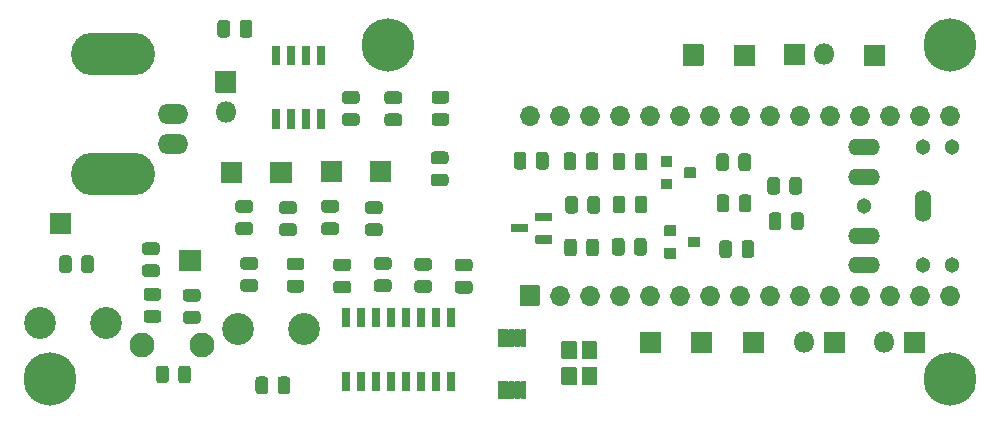
<source format=gbr>
G04 #@! TF.GenerationSoftware,KiCad,Pcbnew,(5.1.9)-1*
G04 #@! TF.CreationDate,2021-05-04T19:46:14-07:00*
G04 #@! TF.ProjectId,SDRReciever,53445252-6563-4696-9576-65722e6b6963,1*
G04 #@! TF.SameCoordinates,Original*
G04 #@! TF.FileFunction,Soldermask,Top*
G04 #@! TF.FilePolarity,Negative*
%FSLAX46Y46*%
G04 Gerber Fmt 4.6, Leading zero omitted, Abs format (unit mm)*
G04 Created by KiCad (PCBNEW (5.1.9)-1) date 2021-05-04 19:46:14*
%MOMM*%
%LPD*%
G01*
G04 APERTURE LIST*
%ADD10O,1.702000X1.702000*%
%ADD11O,2.702000X1.402000*%
%ADD12O,1.402000X2.702000*%
%ADD13C,1.302000*%
%ADD14O,1.802000X1.802000*%
%ADD15C,2.702000*%
%ADD16C,2.102000*%
%ADD17C,4.502000*%
%ADD18O,7.102000X3.602000*%
%ADD19O,2.602000X1.702000*%
%ADD20C,0.100000*%
G04 APERTURE END LIST*
G36*
G01*
X140461900Y-140855800D02*
X138861900Y-140855800D01*
G75*
G02*
X138810900Y-140804800I0J51000D01*
G01*
X138810900Y-139204800D01*
G75*
G02*
X138861900Y-139153800I51000J0D01*
G01*
X140461900Y-139153800D01*
G75*
G02*
X140512900Y-139204800I0J-51000D01*
G01*
X140512900Y-140804800D01*
G75*
G02*
X140461900Y-140855800I-51000J0D01*
G01*
G37*
D10*
X172681900Y-124764800D03*
X142201900Y-140004800D03*
X170141900Y-124764800D03*
X144741900Y-140004800D03*
X167601900Y-124764800D03*
X147281900Y-140004800D03*
X165061900Y-124764800D03*
X149821900Y-140004800D03*
X162521900Y-124764800D03*
X152361900Y-140004800D03*
X159981900Y-124764800D03*
X154901900Y-140004800D03*
X157441900Y-124764800D03*
X157441900Y-140004800D03*
X154901900Y-124764800D03*
X159981900Y-140004800D03*
X152361900Y-124764800D03*
X162521900Y-140004800D03*
X149821900Y-124764800D03*
X165061900Y-140004800D03*
X147281900Y-124764800D03*
X167601900Y-140004800D03*
X144741900Y-124764800D03*
X170141900Y-140004800D03*
X142201900Y-124764800D03*
X172681900Y-140004800D03*
X139661900Y-124764800D03*
X175221900Y-140004800D03*
X175221900Y-124764800D03*
G36*
G01*
X142643600Y-132815750D02*
X142643600Y-131852250D01*
G75*
G02*
X142912850Y-131583000I269250J0D01*
G01*
X143451350Y-131583000D01*
G75*
G02*
X143720600Y-131852250I0J-269250D01*
G01*
X143720600Y-132815750D01*
G75*
G02*
X143451350Y-133085000I-269250J0D01*
G01*
X142912850Y-133085000D01*
G75*
G02*
X142643600Y-132815750I0J269250D01*
G01*
G37*
G36*
G01*
X144518600Y-132815750D02*
X144518600Y-131852250D01*
G75*
G02*
X144787850Y-131583000I269250J0D01*
G01*
X145326350Y-131583000D01*
G75*
G02*
X145595600Y-131852250I0J-269250D01*
G01*
X145595600Y-132815750D01*
G75*
G02*
X145326350Y-133085000I-269250J0D01*
G01*
X144787850Y-133085000D01*
G75*
G02*
X144518600Y-132815750I0J269250D01*
G01*
G37*
G36*
G01*
X102745800Y-136881450D02*
X102745800Y-137844950D01*
G75*
G02*
X102476550Y-138114200I-269250J0D01*
G01*
X101938050Y-138114200D01*
G75*
G02*
X101668800Y-137844950I0J269250D01*
G01*
X101668800Y-136881450D01*
G75*
G02*
X101938050Y-136612200I269250J0D01*
G01*
X102476550Y-136612200D01*
G75*
G02*
X102745800Y-136881450I0J-269250D01*
G01*
G37*
G36*
G01*
X100870800Y-136881450D02*
X100870800Y-137844950D01*
G75*
G02*
X100601550Y-138114200I-269250J0D01*
G01*
X100063050Y-138114200D01*
G75*
G02*
X99793800Y-137844950I0J269250D01*
G01*
X99793800Y-136881450D01*
G75*
G02*
X100063050Y-136612200I269250J0D01*
G01*
X100601550Y-136612200D01*
G75*
G02*
X100870800Y-136881450I0J-269250D01*
G01*
G37*
G36*
G01*
X107998000Y-147166750D02*
X107998000Y-146203250D01*
G75*
G02*
X108267250Y-145934000I269250J0D01*
G01*
X108805750Y-145934000D01*
G75*
G02*
X109075000Y-146203250I0J-269250D01*
G01*
X109075000Y-147166750D01*
G75*
G02*
X108805750Y-147436000I-269250J0D01*
G01*
X108267250Y-147436000D01*
G75*
G02*
X107998000Y-147166750I0J269250D01*
G01*
G37*
G36*
G01*
X109873000Y-147166750D02*
X109873000Y-146203250D01*
G75*
G02*
X110142250Y-145934000I269250J0D01*
G01*
X110680750Y-145934000D01*
G75*
G02*
X110950000Y-146203250I0J-269250D01*
G01*
X110950000Y-147166750D01*
G75*
G02*
X110680750Y-147436000I-269250J0D01*
G01*
X110142250Y-147436000D01*
G75*
G02*
X109873000Y-147166750I0J269250D01*
G01*
G37*
G36*
G01*
X118293100Y-148093850D02*
X118293100Y-147130350D01*
G75*
G02*
X118562350Y-146861100I269250J0D01*
G01*
X119100850Y-146861100D01*
G75*
G02*
X119370100Y-147130350I0J-269250D01*
G01*
X119370100Y-148093850D01*
G75*
G02*
X119100850Y-148363100I-269250J0D01*
G01*
X118562350Y-148363100D01*
G75*
G02*
X118293100Y-148093850I0J269250D01*
G01*
G37*
G36*
G01*
X116418100Y-148093850D02*
X116418100Y-147130350D01*
G75*
G02*
X116687350Y-146861100I269250J0D01*
G01*
X117225850Y-146861100D01*
G75*
G02*
X117495100Y-147130350I0J-269250D01*
G01*
X117495100Y-148093850D01*
G75*
G02*
X117225850Y-148363100I-269250J0D01*
G01*
X116687350Y-148363100D01*
G75*
G02*
X116418100Y-148093850I0J269250D01*
G01*
G37*
G36*
G01*
X108177750Y-140444000D02*
X107214250Y-140444000D01*
G75*
G02*
X106945000Y-140174750I0J269250D01*
G01*
X106945000Y-139636250D01*
G75*
G02*
X107214250Y-139367000I269250J0D01*
G01*
X108177750Y-139367000D01*
G75*
G02*
X108447000Y-139636250I0J-269250D01*
G01*
X108447000Y-140174750D01*
G75*
G02*
X108177750Y-140444000I-269250J0D01*
G01*
G37*
G36*
G01*
X108177750Y-142319000D02*
X107214250Y-142319000D01*
G75*
G02*
X106945000Y-142049750I0J269250D01*
G01*
X106945000Y-141511250D01*
G75*
G02*
X107214250Y-141242000I269250J0D01*
G01*
X108177750Y-141242000D01*
G75*
G02*
X108447000Y-141511250I0J-269250D01*
G01*
X108447000Y-142049750D01*
G75*
G02*
X108177750Y-142319000I-269250J0D01*
G01*
G37*
G36*
G01*
X144427400Y-136422550D02*
X144427400Y-135459050D01*
G75*
G02*
X144696650Y-135189800I269250J0D01*
G01*
X145235150Y-135189800D01*
G75*
G02*
X145504400Y-135459050I0J-269250D01*
G01*
X145504400Y-136422550D01*
G75*
G02*
X145235150Y-136691800I-269250J0D01*
G01*
X144696650Y-136691800D01*
G75*
G02*
X144427400Y-136422550I0J269250D01*
G01*
G37*
G36*
G01*
X142552400Y-136422550D02*
X142552400Y-135459050D01*
G75*
G02*
X142821650Y-135189800I269250J0D01*
G01*
X143360150Y-135189800D01*
G75*
G02*
X143629400Y-135459050I0J-269250D01*
G01*
X143629400Y-136422550D01*
G75*
G02*
X143360150Y-136691800I-269250J0D01*
G01*
X142821650Y-136691800D01*
G75*
G02*
X142552400Y-136422550I0J269250D01*
G01*
G37*
G36*
G01*
X140162500Y-129069250D02*
X140162500Y-128105750D01*
G75*
G02*
X140431750Y-127836500I269250J0D01*
G01*
X140970250Y-127836500D01*
G75*
G02*
X141239500Y-128105750I0J-269250D01*
G01*
X141239500Y-129069250D01*
G75*
G02*
X140970250Y-129338500I-269250J0D01*
G01*
X140431750Y-129338500D01*
G75*
G02*
X140162500Y-129069250I0J269250D01*
G01*
G37*
G36*
G01*
X138287500Y-129069250D02*
X138287500Y-128105750D01*
G75*
G02*
X138556750Y-127836500I269250J0D01*
G01*
X139095250Y-127836500D01*
G75*
G02*
X139364500Y-128105750I0J-269250D01*
G01*
X139364500Y-129069250D01*
G75*
G02*
X139095250Y-129338500I-269250J0D01*
G01*
X138556750Y-129338500D01*
G75*
G02*
X138287500Y-129069250I0J269250D01*
G01*
G37*
G36*
G01*
X155432500Y-129208950D02*
X155432500Y-128245450D01*
G75*
G02*
X155701750Y-127976200I269250J0D01*
G01*
X156240250Y-127976200D01*
G75*
G02*
X156509500Y-128245450I0J-269250D01*
G01*
X156509500Y-129208950D01*
G75*
G02*
X156240250Y-129478200I-269250J0D01*
G01*
X155701750Y-129478200D01*
G75*
G02*
X155432500Y-129208950I0J269250D01*
G01*
G37*
G36*
G01*
X157307500Y-129208950D02*
X157307500Y-128245450D01*
G75*
G02*
X157576750Y-127976200I269250J0D01*
G01*
X158115250Y-127976200D01*
G75*
G02*
X158384500Y-128245450I0J-269250D01*
G01*
X158384500Y-129208950D01*
G75*
G02*
X158115250Y-129478200I-269250J0D01*
G01*
X157576750Y-129478200D01*
G75*
G02*
X157307500Y-129208950I0J269250D01*
G01*
G37*
G36*
G01*
X157332900Y-132676050D02*
X157332900Y-131712550D01*
G75*
G02*
X157602150Y-131443300I269250J0D01*
G01*
X158140650Y-131443300D01*
G75*
G02*
X158409900Y-131712550I0J-269250D01*
G01*
X158409900Y-132676050D01*
G75*
G02*
X158140650Y-132945300I-269250J0D01*
G01*
X157602150Y-132945300D01*
G75*
G02*
X157332900Y-132676050I0J269250D01*
G01*
G37*
G36*
G01*
X155457900Y-132676050D02*
X155457900Y-131712550D01*
G75*
G02*
X155727150Y-131443300I269250J0D01*
G01*
X156265650Y-131443300D01*
G75*
G02*
X156534900Y-131712550I0J-269250D01*
G01*
X156534900Y-132676050D01*
G75*
G02*
X156265650Y-132945300I-269250J0D01*
G01*
X155727150Y-132945300D01*
G75*
G02*
X155457900Y-132676050I0J269250D01*
G01*
G37*
G36*
G01*
X115950150Y-133001800D02*
X114986650Y-133001800D01*
G75*
G02*
X114717400Y-132732550I0J269250D01*
G01*
X114717400Y-132194050D01*
G75*
G02*
X114986650Y-131924800I269250J0D01*
G01*
X115950150Y-131924800D01*
G75*
G02*
X116219400Y-132194050I0J-269250D01*
G01*
X116219400Y-132732550D01*
G75*
G02*
X115950150Y-133001800I-269250J0D01*
G01*
G37*
G36*
G01*
X115950150Y-134876800D02*
X114986650Y-134876800D01*
G75*
G02*
X114717400Y-134607550I0J269250D01*
G01*
X114717400Y-134069050D01*
G75*
G02*
X114986650Y-133799800I269250J0D01*
G01*
X115950150Y-133799800D01*
G75*
G02*
X116219400Y-134069050I0J-269250D01*
G01*
X116219400Y-134607550D01*
G75*
G02*
X115950150Y-134876800I-269250J0D01*
G01*
G37*
G36*
G01*
X119658550Y-134978400D02*
X118695050Y-134978400D01*
G75*
G02*
X118425800Y-134709150I0J269250D01*
G01*
X118425800Y-134170650D01*
G75*
G02*
X118695050Y-133901400I269250J0D01*
G01*
X119658550Y-133901400D01*
G75*
G02*
X119927800Y-134170650I0J-269250D01*
G01*
X119927800Y-134709150D01*
G75*
G02*
X119658550Y-134978400I-269250J0D01*
G01*
G37*
G36*
G01*
X119658550Y-133103400D02*
X118695050Y-133103400D01*
G75*
G02*
X118425800Y-132834150I0J269250D01*
G01*
X118425800Y-132295650D01*
G75*
G02*
X118695050Y-132026400I269250J0D01*
G01*
X119658550Y-132026400D01*
G75*
G02*
X119927800Y-132295650I0J-269250D01*
G01*
X119927800Y-132834150D01*
G75*
G02*
X119658550Y-133103400I-269250J0D01*
G01*
G37*
G36*
G01*
X123214550Y-134876800D02*
X122251050Y-134876800D01*
G75*
G02*
X121981800Y-134607550I0J269250D01*
G01*
X121981800Y-134069050D01*
G75*
G02*
X122251050Y-133799800I269250J0D01*
G01*
X123214550Y-133799800D01*
G75*
G02*
X123483800Y-134069050I0J-269250D01*
G01*
X123483800Y-134607550D01*
G75*
G02*
X123214550Y-134876800I-269250J0D01*
G01*
G37*
G36*
G01*
X123214550Y-133001800D02*
X122251050Y-133001800D01*
G75*
G02*
X121981800Y-132732550I0J269250D01*
G01*
X121981800Y-132194050D01*
G75*
G02*
X122251050Y-131924800I269250J0D01*
G01*
X123214550Y-131924800D01*
G75*
G02*
X123483800Y-132194050I0J-269250D01*
G01*
X123483800Y-132732550D01*
G75*
G02*
X123214550Y-133001800I-269250J0D01*
G01*
G37*
G36*
G01*
X132498250Y-128887000D02*
X131534750Y-128887000D01*
G75*
G02*
X131265500Y-128617750I0J269250D01*
G01*
X131265500Y-128079250D01*
G75*
G02*
X131534750Y-127810000I269250J0D01*
G01*
X132498250Y-127810000D01*
G75*
G02*
X132767500Y-128079250I0J-269250D01*
G01*
X132767500Y-128617750D01*
G75*
G02*
X132498250Y-128887000I-269250J0D01*
G01*
G37*
G36*
G01*
X132498250Y-130762000D02*
X131534750Y-130762000D01*
G75*
G02*
X131265500Y-130492750I0J269250D01*
G01*
X131265500Y-129954250D01*
G75*
G02*
X131534750Y-129685000I269250J0D01*
G01*
X132498250Y-129685000D01*
G75*
G02*
X132767500Y-129954250I0J-269250D01*
G01*
X132767500Y-130492750D01*
G75*
G02*
X132498250Y-130762000I-269250J0D01*
G01*
G37*
G36*
G01*
X127610450Y-124594600D02*
X128573950Y-124594600D01*
G75*
G02*
X128843200Y-124863850I0J-269250D01*
G01*
X128843200Y-125402350D01*
G75*
G02*
X128573950Y-125671600I-269250J0D01*
G01*
X127610450Y-125671600D01*
G75*
G02*
X127341200Y-125402350I0J269250D01*
G01*
X127341200Y-124863850D01*
G75*
G02*
X127610450Y-124594600I269250J0D01*
G01*
G37*
G36*
G01*
X127610450Y-122719600D02*
X128573950Y-122719600D01*
G75*
G02*
X128843200Y-122988850I0J-269250D01*
G01*
X128843200Y-123527350D01*
G75*
G02*
X128573950Y-123796600I-269250J0D01*
G01*
X127610450Y-123796600D01*
G75*
G02*
X127341200Y-123527350I0J269250D01*
G01*
X127341200Y-122988850D01*
G75*
G02*
X127610450Y-122719600I269250J0D01*
G01*
G37*
G36*
G01*
X132561750Y-123758500D02*
X131598250Y-123758500D01*
G75*
G02*
X131329000Y-123489250I0J269250D01*
G01*
X131329000Y-122950750D01*
G75*
G02*
X131598250Y-122681500I269250J0D01*
G01*
X132561750Y-122681500D01*
G75*
G02*
X132831000Y-122950750I0J-269250D01*
G01*
X132831000Y-123489250D01*
G75*
G02*
X132561750Y-123758500I-269250J0D01*
G01*
G37*
G36*
G01*
X132561750Y-125633500D02*
X131598250Y-125633500D01*
G75*
G02*
X131329000Y-125364250I0J269250D01*
G01*
X131329000Y-124825750D01*
G75*
G02*
X131598250Y-124556500I269250J0D01*
G01*
X132561750Y-124556500D01*
G75*
G02*
X132831000Y-124825750I0J-269250D01*
G01*
X132831000Y-125364250D01*
G75*
G02*
X132561750Y-125633500I-269250J0D01*
G01*
G37*
G36*
G01*
X116157000Y-116942450D02*
X116157000Y-117905950D01*
G75*
G02*
X115887750Y-118175200I-269250J0D01*
G01*
X115349250Y-118175200D01*
G75*
G02*
X115080000Y-117905950I0J269250D01*
G01*
X115080000Y-116942450D01*
G75*
G02*
X115349250Y-116673200I269250J0D01*
G01*
X115887750Y-116673200D01*
G75*
G02*
X116157000Y-116942450I0J-269250D01*
G01*
G37*
G36*
G01*
X114282000Y-116942450D02*
X114282000Y-117905950D01*
G75*
G02*
X114012750Y-118175200I-269250J0D01*
G01*
X113474250Y-118175200D01*
G75*
G02*
X113205000Y-117905950I0J269250D01*
G01*
X113205000Y-116942450D01*
G75*
G02*
X113474250Y-116673200I269250J0D01*
G01*
X114012750Y-116673200D01*
G75*
G02*
X114282000Y-116942450I0J-269250D01*
G01*
G37*
G36*
G01*
X160827500Y-130239350D02*
X160827500Y-131202850D01*
G75*
G02*
X160558250Y-131472100I-269250J0D01*
G01*
X160019750Y-131472100D01*
G75*
G02*
X159750500Y-131202850I0J269250D01*
G01*
X159750500Y-130239350D01*
G75*
G02*
X160019750Y-129970100I269250J0D01*
G01*
X160558250Y-129970100D01*
G75*
G02*
X160827500Y-130239350I0J-269250D01*
G01*
G37*
G36*
G01*
X162702500Y-130239350D02*
X162702500Y-131202850D01*
G75*
G02*
X162433250Y-131472100I-269250J0D01*
G01*
X161894750Y-131472100D01*
G75*
G02*
X161625500Y-131202850I0J269250D01*
G01*
X161625500Y-130239350D01*
G75*
G02*
X161894750Y-129970100I269250J0D01*
G01*
X162433250Y-129970100D01*
G75*
G02*
X162702500Y-130239350I0J-269250D01*
G01*
G37*
G36*
G01*
X162829500Y-133236550D02*
X162829500Y-134200050D01*
G75*
G02*
X162560250Y-134469300I-269250J0D01*
G01*
X162021750Y-134469300D01*
G75*
G02*
X161752500Y-134200050I0J269250D01*
G01*
X161752500Y-133236550D01*
G75*
G02*
X162021750Y-132967300I269250J0D01*
G01*
X162560250Y-132967300D01*
G75*
G02*
X162829500Y-133236550I0J-269250D01*
G01*
G37*
G36*
G01*
X160954500Y-133236550D02*
X160954500Y-134200050D01*
G75*
G02*
X160685250Y-134469300I-269250J0D01*
G01*
X160146750Y-134469300D01*
G75*
G02*
X159877500Y-134200050I0J269250D01*
G01*
X159877500Y-133236550D01*
G75*
G02*
X160146750Y-132967300I269250J0D01*
G01*
X160685250Y-132967300D01*
G75*
G02*
X160954500Y-133236550I0J-269250D01*
G01*
G37*
G36*
G01*
X152578500Y-120484000D02*
X152578500Y-118784000D01*
G75*
G02*
X152629500Y-118733000I51000J0D01*
G01*
X154329500Y-118733000D01*
G75*
G02*
X154380500Y-118784000I0J-51000D01*
G01*
X154380500Y-120484000D01*
G75*
G02*
X154329500Y-120535000I-51000J0D01*
G01*
X152629500Y-120535000D01*
G75*
G02*
X152578500Y-120484000I0J51000D01*
G01*
G37*
G36*
G01*
X98984500Y-134771500D02*
X98984500Y-133071500D01*
G75*
G02*
X99035500Y-133020500I51000J0D01*
G01*
X100735500Y-133020500D01*
G75*
G02*
X100786500Y-133071500I0J-51000D01*
G01*
X100786500Y-134771500D01*
G75*
G02*
X100735500Y-134822500I-51000J0D01*
G01*
X99035500Y-134822500D01*
G75*
G02*
X98984500Y-134771500I0J51000D01*
G01*
G37*
G36*
G01*
X167945500Y-120547500D02*
X167945500Y-118847500D01*
G75*
G02*
X167996500Y-118796500I51000J0D01*
G01*
X169696500Y-118796500D01*
G75*
G02*
X169747500Y-118847500I0J-51000D01*
G01*
X169747500Y-120547500D01*
G75*
G02*
X169696500Y-120598500I-51000J0D01*
G01*
X167996500Y-120598500D01*
G75*
G02*
X167945500Y-120547500I0J51000D01*
G01*
G37*
G36*
G01*
X156896500Y-120547500D02*
X156896500Y-118847500D01*
G75*
G02*
X156947500Y-118796500I51000J0D01*
G01*
X158647500Y-118796500D01*
G75*
G02*
X158698500Y-118847500I0J-51000D01*
G01*
X158698500Y-120547500D01*
G75*
G02*
X158647500Y-120598500I-51000J0D01*
G01*
X156947500Y-120598500D01*
G75*
G02*
X156896500Y-120547500I0J51000D01*
G01*
G37*
G36*
G01*
X110021000Y-136132000D02*
X111721000Y-136132000D01*
G75*
G02*
X111772000Y-136183000I0J-51000D01*
G01*
X111772000Y-137883000D01*
G75*
G02*
X111721000Y-137934000I-51000J0D01*
G01*
X110021000Y-137934000D01*
G75*
G02*
X109970000Y-137883000I0J51000D01*
G01*
X109970000Y-136183000D01*
G75*
G02*
X110021000Y-136132000I51000J0D01*
G01*
G37*
G36*
G01*
X150761000Y-143104500D02*
X150761000Y-144804500D01*
G75*
G02*
X150710000Y-144855500I-51000J0D01*
G01*
X149010000Y-144855500D01*
G75*
G02*
X148959000Y-144804500I0J51000D01*
G01*
X148959000Y-143104500D01*
G75*
G02*
X149010000Y-143053500I51000J0D01*
G01*
X150710000Y-143053500D01*
G75*
G02*
X150761000Y-143104500I0J-51000D01*
G01*
G37*
G36*
G01*
X159460500Y-143104500D02*
X159460500Y-144804500D01*
G75*
G02*
X159409500Y-144855500I-51000J0D01*
G01*
X157709500Y-144855500D01*
G75*
G02*
X157658500Y-144804500I0J51000D01*
G01*
X157658500Y-143104500D01*
G75*
G02*
X157709500Y-143053500I51000J0D01*
G01*
X159409500Y-143053500D01*
G75*
G02*
X159460500Y-143104500I0J-51000D01*
G01*
G37*
G36*
G01*
X155079000Y-143104500D02*
X155079000Y-144804500D01*
G75*
G02*
X155028000Y-144855500I-51000J0D01*
G01*
X153328000Y-144855500D01*
G75*
G02*
X153277000Y-144804500I0J51000D01*
G01*
X153277000Y-143104500D01*
G75*
G02*
X153328000Y-143053500I51000J0D01*
G01*
X155028000Y-143053500D01*
G75*
G02*
X155079000Y-143104500I0J-51000D01*
G01*
G37*
G36*
G01*
X113487900Y-130440800D02*
X113487900Y-128740800D01*
G75*
G02*
X113538900Y-128689800I51000J0D01*
G01*
X115238900Y-128689800D01*
G75*
G02*
X115289900Y-128740800I0J-51000D01*
G01*
X115289900Y-130440800D01*
G75*
G02*
X115238900Y-130491800I-51000J0D01*
G01*
X113538900Y-130491800D01*
G75*
G02*
X113487900Y-130440800I0J51000D01*
G01*
G37*
G36*
G01*
X117678900Y-130440800D02*
X117678900Y-128740800D01*
G75*
G02*
X117729900Y-128689800I51000J0D01*
G01*
X119429900Y-128689800D01*
G75*
G02*
X119480900Y-128740800I0J-51000D01*
G01*
X119480900Y-130440800D01*
G75*
G02*
X119429900Y-130491800I-51000J0D01*
G01*
X117729900Y-130491800D01*
G75*
G02*
X117678900Y-130440800I0J51000D01*
G01*
G37*
G36*
G01*
X121984200Y-130364600D02*
X121984200Y-128664600D01*
G75*
G02*
X122035200Y-128613600I51000J0D01*
G01*
X123735200Y-128613600D01*
G75*
G02*
X123786200Y-128664600I0J-51000D01*
G01*
X123786200Y-130364600D01*
G75*
G02*
X123735200Y-130415600I-51000J0D01*
G01*
X122035200Y-130415600D01*
G75*
G02*
X121984200Y-130364600I0J51000D01*
G01*
G37*
G36*
G01*
X126111700Y-130339200D02*
X126111700Y-128639200D01*
G75*
G02*
X126162700Y-128588200I51000J0D01*
G01*
X127862700Y-128588200D01*
G75*
G02*
X127913700Y-128639200I0J-51000D01*
G01*
X127913700Y-130339200D01*
G75*
G02*
X127862700Y-130390200I-51000J0D01*
G01*
X126162700Y-130390200D01*
G75*
G02*
X126111700Y-130339200I0J51000D01*
G01*
G37*
D11*
X167932600Y-127435600D03*
X167932600Y-137435600D03*
X167932600Y-134935600D03*
X167932600Y-129935600D03*
D12*
X172932600Y-132435600D03*
D13*
X167932600Y-132435600D03*
X172932600Y-137435600D03*
X175432600Y-137435600D03*
X172932600Y-127435600D03*
X175432600Y-127435600D03*
D14*
X113893600Y-124460000D03*
G36*
G01*
X112992600Y-122770000D02*
X112992600Y-121070000D01*
G75*
G02*
X113043600Y-121019000I51000J0D01*
G01*
X114743600Y-121019000D01*
G75*
G02*
X114794600Y-121070000I0J-51000D01*
G01*
X114794600Y-122770000D01*
G75*
G02*
X114743600Y-122821000I-51000J0D01*
G01*
X113043600Y-122821000D01*
G75*
G02*
X112992600Y-122770000I0J51000D01*
G01*
G37*
X164592000Y-119570500D03*
G36*
G01*
X162902000Y-120471500D02*
X161202000Y-120471500D01*
G75*
G02*
X161151000Y-120420500I0J51000D01*
G01*
X161151000Y-118720500D01*
G75*
G02*
X161202000Y-118669500I51000J0D01*
G01*
X162902000Y-118669500D01*
G75*
G02*
X162953000Y-118720500I0J-51000D01*
G01*
X162953000Y-120420500D01*
G75*
G02*
X162902000Y-120471500I-51000J0D01*
G01*
G37*
G36*
G01*
X164567500Y-143053500D02*
X166267500Y-143053500D01*
G75*
G02*
X166318500Y-143104500I0J-51000D01*
G01*
X166318500Y-144804500D01*
G75*
G02*
X166267500Y-144855500I-51000J0D01*
G01*
X164567500Y-144855500D01*
G75*
G02*
X164516500Y-144804500I0J51000D01*
G01*
X164516500Y-143104500D01*
G75*
G02*
X164567500Y-143053500I51000J0D01*
G01*
G37*
X162877500Y-143954500D03*
G36*
G01*
X171362000Y-143053500D02*
X173062000Y-143053500D01*
G75*
G02*
X173113000Y-143104500I0J-51000D01*
G01*
X173113000Y-144804500D01*
G75*
G02*
X173062000Y-144855500I-51000J0D01*
G01*
X171362000Y-144855500D01*
G75*
G02*
X171311000Y-144804500I0J51000D01*
G01*
X171311000Y-143104500D01*
G75*
G02*
X171362000Y-143053500I51000J0D01*
G01*
G37*
X169672000Y-143954500D03*
D15*
X103758300Y-142316200D03*
X98158300Y-142316200D03*
D16*
X111861600Y-144233900D03*
X106781600Y-144233900D03*
D15*
X114922300Y-142824200D03*
X120522300Y-142824200D03*
G36*
G01*
X139463000Y-134000000D02*
X139463000Y-134600000D01*
G75*
G02*
X139393000Y-134670000I-70000J0D01*
G01*
X138093000Y-134670000D01*
G75*
G02*
X138023000Y-134600000I0J70000D01*
G01*
X138023000Y-134000000D01*
G75*
G02*
X138093000Y-133930000I70000J0D01*
G01*
X139393000Y-133930000D01*
G75*
G02*
X139463000Y-134000000I0J-70000D01*
G01*
G37*
G36*
G01*
X141563000Y-133050000D02*
X141563000Y-133650000D01*
G75*
G02*
X141493000Y-133720000I-70000J0D01*
G01*
X140193000Y-133720000D01*
G75*
G02*
X140123000Y-133650000I0J70000D01*
G01*
X140123000Y-133050000D01*
G75*
G02*
X140193000Y-132980000I70000J0D01*
G01*
X141493000Y-132980000D01*
G75*
G02*
X141563000Y-133050000I0J-70000D01*
G01*
G37*
G36*
G01*
X141563000Y-134950000D02*
X141563000Y-135550000D01*
G75*
G02*
X141493000Y-135620000I-70000J0D01*
G01*
X140193000Y-135620000D01*
G75*
G02*
X140123000Y-135550000I0J70000D01*
G01*
X140123000Y-134950000D01*
G75*
G02*
X140193000Y-134880000I70000J0D01*
G01*
X141493000Y-134880000D01*
G75*
G02*
X141563000Y-134950000I0J-70000D01*
G01*
G37*
G36*
G01*
X152717900Y-130013700D02*
X152717900Y-129213700D01*
G75*
G02*
X152768900Y-129162700I51000J0D01*
G01*
X153668900Y-129162700D01*
G75*
G02*
X153719900Y-129213700I0J-51000D01*
G01*
X153719900Y-130013700D01*
G75*
G02*
X153668900Y-130064700I-51000J0D01*
G01*
X152768900Y-130064700D01*
G75*
G02*
X152717900Y-130013700I0J51000D01*
G01*
G37*
G36*
G01*
X150717900Y-130963700D02*
X150717900Y-130163700D01*
G75*
G02*
X150768900Y-130112700I51000J0D01*
G01*
X151668900Y-130112700D01*
G75*
G02*
X151719900Y-130163700I0J-51000D01*
G01*
X151719900Y-130963700D01*
G75*
G02*
X151668900Y-131014700I-51000J0D01*
G01*
X150768900Y-131014700D01*
G75*
G02*
X150717900Y-130963700I0J51000D01*
G01*
G37*
G36*
G01*
X150717900Y-129063700D02*
X150717900Y-128263700D01*
G75*
G02*
X150768900Y-128212700I51000J0D01*
G01*
X151668900Y-128212700D01*
G75*
G02*
X151719900Y-128263700I0J-51000D01*
G01*
X151719900Y-129063700D01*
G75*
G02*
X151668900Y-129114700I-51000J0D01*
G01*
X150768900Y-129114700D01*
G75*
G02*
X150717900Y-129063700I0J51000D01*
G01*
G37*
G36*
G01*
X151038700Y-134920900D02*
X151038700Y-134120900D01*
G75*
G02*
X151089700Y-134069900I51000J0D01*
G01*
X151989700Y-134069900D01*
G75*
G02*
X152040700Y-134120900I0J-51000D01*
G01*
X152040700Y-134920900D01*
G75*
G02*
X151989700Y-134971900I-51000J0D01*
G01*
X151089700Y-134971900D01*
G75*
G02*
X151038700Y-134920900I0J51000D01*
G01*
G37*
G36*
G01*
X151038700Y-136820900D02*
X151038700Y-136020900D01*
G75*
G02*
X151089700Y-135969900I51000J0D01*
G01*
X151989700Y-135969900D01*
G75*
G02*
X152040700Y-136020900I0J-51000D01*
G01*
X152040700Y-136820900D01*
G75*
G02*
X151989700Y-136871900I-51000J0D01*
G01*
X151089700Y-136871900D01*
G75*
G02*
X151038700Y-136820900I0J51000D01*
G01*
G37*
G36*
G01*
X153038700Y-135870900D02*
X153038700Y-135070900D01*
G75*
G02*
X153089700Y-135019900I51000J0D01*
G01*
X153989700Y-135019900D01*
G75*
G02*
X154040700Y-135070900I0J-51000D01*
G01*
X154040700Y-135870900D01*
G75*
G02*
X153989700Y-135921900I-51000J0D01*
G01*
X153089700Y-135921900D01*
G75*
G02*
X153038700Y-135870900I0J51000D01*
G01*
G37*
G36*
G01*
X148531800Y-129145450D02*
X148531800Y-128181950D01*
G75*
G02*
X148801050Y-127912700I269250J0D01*
G01*
X149339550Y-127912700D01*
G75*
G02*
X149608800Y-128181950I0J-269250D01*
G01*
X149608800Y-129145450D01*
G75*
G02*
X149339550Y-129414700I-269250J0D01*
G01*
X148801050Y-129414700D01*
G75*
G02*
X148531800Y-129145450I0J269250D01*
G01*
G37*
G36*
G01*
X146656800Y-129145450D02*
X146656800Y-128181950D01*
G75*
G02*
X146926050Y-127912700I269250J0D01*
G01*
X147464550Y-127912700D01*
G75*
G02*
X147733800Y-128181950I0J-269250D01*
G01*
X147733800Y-129145450D01*
G75*
G02*
X147464550Y-129414700I-269250J0D01*
G01*
X146926050Y-129414700D01*
G75*
G02*
X146656800Y-129145450I0J269250D01*
G01*
G37*
G36*
G01*
X142503900Y-129120050D02*
X142503900Y-128156550D01*
G75*
G02*
X142773150Y-127887300I269250J0D01*
G01*
X143311650Y-127887300D01*
G75*
G02*
X143580900Y-128156550I0J-269250D01*
G01*
X143580900Y-129120050D01*
G75*
G02*
X143311650Y-129389300I-269250J0D01*
G01*
X142773150Y-129389300D01*
G75*
G02*
X142503900Y-129120050I0J269250D01*
G01*
G37*
G36*
G01*
X144378900Y-129120050D02*
X144378900Y-128156550D01*
G75*
G02*
X144648150Y-127887300I269250J0D01*
G01*
X145186650Y-127887300D01*
G75*
G02*
X145455900Y-128156550I0J-269250D01*
G01*
X145455900Y-129120050D01*
G75*
G02*
X145186650Y-129389300I-269250J0D01*
G01*
X144648150Y-129389300D01*
G75*
G02*
X144378900Y-129120050I0J269250D01*
G01*
G37*
G36*
G01*
X146656800Y-132777650D02*
X146656800Y-131814150D01*
G75*
G02*
X146926050Y-131544900I269250J0D01*
G01*
X147464550Y-131544900D01*
G75*
G02*
X147733800Y-131814150I0J-269250D01*
G01*
X147733800Y-132777650D01*
G75*
G02*
X147464550Y-133046900I-269250J0D01*
G01*
X146926050Y-133046900D01*
G75*
G02*
X146656800Y-132777650I0J269250D01*
G01*
G37*
G36*
G01*
X148531800Y-132777650D02*
X148531800Y-131814150D01*
G75*
G02*
X148801050Y-131544900I269250J0D01*
G01*
X149339550Y-131544900D01*
G75*
G02*
X149608800Y-131814150I0J-269250D01*
G01*
X149608800Y-132777650D01*
G75*
G02*
X149339550Y-133046900I-269250J0D01*
G01*
X148801050Y-133046900D01*
G75*
G02*
X148531800Y-132777650I0J269250D01*
G01*
G37*
G36*
G01*
X148466000Y-136359050D02*
X148466000Y-135395550D01*
G75*
G02*
X148735250Y-135126300I269250J0D01*
G01*
X149273750Y-135126300D01*
G75*
G02*
X149543000Y-135395550I0J-269250D01*
G01*
X149543000Y-136359050D01*
G75*
G02*
X149273750Y-136628300I-269250J0D01*
G01*
X148735250Y-136628300D01*
G75*
G02*
X148466000Y-136359050I0J269250D01*
G01*
G37*
G36*
G01*
X146591000Y-136359050D02*
X146591000Y-135395550D01*
G75*
G02*
X146860250Y-135126300I269250J0D01*
G01*
X147398750Y-135126300D01*
G75*
G02*
X147668000Y-135395550I0J-269250D01*
G01*
X147668000Y-136359050D01*
G75*
G02*
X147398750Y-136628300I-269250J0D01*
G01*
X146860250Y-136628300D01*
G75*
G02*
X146591000Y-136359050I0J269250D01*
G01*
G37*
G36*
G01*
X155696900Y-136562250D02*
X155696900Y-135598750D01*
G75*
G02*
X155966150Y-135329500I269250J0D01*
G01*
X156504650Y-135329500D01*
G75*
G02*
X156773900Y-135598750I0J-269250D01*
G01*
X156773900Y-136562250D01*
G75*
G02*
X156504650Y-136831500I-269250J0D01*
G01*
X155966150Y-136831500D01*
G75*
G02*
X155696900Y-136562250I0J269250D01*
G01*
G37*
G36*
G01*
X157571900Y-136562250D02*
X157571900Y-135598750D01*
G75*
G02*
X157841150Y-135329500I269250J0D01*
G01*
X158379650Y-135329500D01*
G75*
G02*
X158648900Y-135598750I0J-269250D01*
G01*
X158648900Y-136562250D01*
G75*
G02*
X158379650Y-136831500I-269250J0D01*
G01*
X157841150Y-136831500D01*
G75*
G02*
X157571900Y-136562250I0J269250D01*
G01*
G37*
G36*
G01*
X110541650Y-139443200D02*
X111505150Y-139443200D01*
G75*
G02*
X111774400Y-139712450I0J-269250D01*
G01*
X111774400Y-140250950D01*
G75*
G02*
X111505150Y-140520200I-269250J0D01*
G01*
X110541650Y-140520200D01*
G75*
G02*
X110272400Y-140250950I0J269250D01*
G01*
X110272400Y-139712450D01*
G75*
G02*
X110541650Y-139443200I269250J0D01*
G01*
G37*
G36*
G01*
X110541650Y-141318200D02*
X111505150Y-141318200D01*
G75*
G02*
X111774400Y-141587450I0J-269250D01*
G01*
X111774400Y-142125950D01*
G75*
G02*
X111505150Y-142395200I-269250J0D01*
G01*
X110541650Y-142395200D01*
G75*
G02*
X110272400Y-142125950I0J269250D01*
G01*
X110272400Y-141587450D01*
G75*
G02*
X110541650Y-141318200I269250J0D01*
G01*
G37*
G36*
G01*
X108050750Y-136570500D02*
X107087250Y-136570500D01*
G75*
G02*
X106818000Y-136301250I0J269250D01*
G01*
X106818000Y-135762750D01*
G75*
G02*
X107087250Y-135493500I269250J0D01*
G01*
X108050750Y-135493500D01*
G75*
G02*
X108320000Y-135762750I0J-269250D01*
G01*
X108320000Y-136301250D01*
G75*
G02*
X108050750Y-136570500I-269250J0D01*
G01*
G37*
G36*
G01*
X108050750Y-138445500D02*
X107087250Y-138445500D01*
G75*
G02*
X106818000Y-138176250I0J269250D01*
G01*
X106818000Y-137637750D01*
G75*
G02*
X107087250Y-137368500I269250J0D01*
G01*
X108050750Y-137368500D01*
G75*
G02*
X108320000Y-137637750I0J-269250D01*
G01*
X108320000Y-138176250D01*
G75*
G02*
X108050750Y-138445500I-269250J0D01*
G01*
G37*
G36*
G01*
X123279750Y-138750500D02*
X124243250Y-138750500D01*
G75*
G02*
X124512500Y-139019750I0J-269250D01*
G01*
X124512500Y-139558250D01*
G75*
G02*
X124243250Y-139827500I-269250J0D01*
G01*
X123279750Y-139827500D01*
G75*
G02*
X123010500Y-139558250I0J269250D01*
G01*
X123010500Y-139019750D01*
G75*
G02*
X123279750Y-138750500I269250J0D01*
G01*
G37*
G36*
G01*
X123279750Y-136875500D02*
X124243250Y-136875500D01*
G75*
G02*
X124512500Y-137144750I0J-269250D01*
G01*
X124512500Y-137683250D01*
G75*
G02*
X124243250Y-137952500I-269250J0D01*
G01*
X123279750Y-137952500D01*
G75*
G02*
X123010500Y-137683250I0J269250D01*
G01*
X123010500Y-137144750D01*
G75*
G02*
X123279750Y-136875500I269250J0D01*
G01*
G37*
G36*
G01*
X133566750Y-136890500D02*
X134530250Y-136890500D01*
G75*
G02*
X134799500Y-137159750I0J-269250D01*
G01*
X134799500Y-137698250D01*
G75*
G02*
X134530250Y-137967500I-269250J0D01*
G01*
X133566750Y-137967500D01*
G75*
G02*
X133297500Y-137698250I0J269250D01*
G01*
X133297500Y-137159750D01*
G75*
G02*
X133566750Y-136890500I269250J0D01*
G01*
G37*
G36*
G01*
X133566750Y-138765500D02*
X134530250Y-138765500D01*
G75*
G02*
X134799500Y-139034750I0J-269250D01*
G01*
X134799500Y-139573250D01*
G75*
G02*
X134530250Y-139842500I-269250J0D01*
G01*
X133566750Y-139842500D01*
G75*
G02*
X133297500Y-139573250I0J269250D01*
G01*
X133297500Y-139034750D01*
G75*
G02*
X133566750Y-138765500I269250J0D01*
G01*
G37*
G36*
G01*
X126708750Y-138638500D02*
X127672250Y-138638500D01*
G75*
G02*
X127941500Y-138907750I0J-269250D01*
G01*
X127941500Y-139446250D01*
G75*
G02*
X127672250Y-139715500I-269250J0D01*
G01*
X126708750Y-139715500D01*
G75*
G02*
X126439500Y-139446250I0J269250D01*
G01*
X126439500Y-138907750D01*
G75*
G02*
X126708750Y-138638500I269250J0D01*
G01*
G37*
G36*
G01*
X126708750Y-136763500D02*
X127672250Y-136763500D01*
G75*
G02*
X127941500Y-137032750I0J-269250D01*
G01*
X127941500Y-137571250D01*
G75*
G02*
X127672250Y-137840500I-269250J0D01*
G01*
X126708750Y-137840500D01*
G75*
G02*
X126439500Y-137571250I0J269250D01*
G01*
X126439500Y-137032750D01*
G75*
G02*
X126708750Y-136763500I269250J0D01*
G01*
G37*
G36*
G01*
X130137750Y-136827000D02*
X131101250Y-136827000D01*
G75*
G02*
X131370500Y-137096250I0J-269250D01*
G01*
X131370500Y-137634750D01*
G75*
G02*
X131101250Y-137904000I-269250J0D01*
G01*
X130137750Y-137904000D01*
G75*
G02*
X129868500Y-137634750I0J269250D01*
G01*
X129868500Y-137096250D01*
G75*
G02*
X130137750Y-136827000I269250J0D01*
G01*
G37*
G36*
G01*
X130137750Y-138702000D02*
X131101250Y-138702000D01*
G75*
G02*
X131370500Y-138971250I0J-269250D01*
G01*
X131370500Y-139509750D01*
G75*
G02*
X131101250Y-139779000I-269250J0D01*
G01*
X130137750Y-139779000D01*
G75*
G02*
X129868500Y-139509750I0J269250D01*
G01*
X129868500Y-138971250D01*
G75*
G02*
X130137750Y-138702000I269250J0D01*
G01*
G37*
G36*
G01*
X115418450Y-136750800D02*
X116381950Y-136750800D01*
G75*
G02*
X116651200Y-137020050I0J-269250D01*
G01*
X116651200Y-137558550D01*
G75*
G02*
X116381950Y-137827800I-269250J0D01*
G01*
X115418450Y-137827800D01*
G75*
G02*
X115149200Y-137558550I0J269250D01*
G01*
X115149200Y-137020050D01*
G75*
G02*
X115418450Y-136750800I269250J0D01*
G01*
G37*
G36*
G01*
X115418450Y-138625800D02*
X116381950Y-138625800D01*
G75*
G02*
X116651200Y-138895050I0J-269250D01*
G01*
X116651200Y-139433550D01*
G75*
G02*
X116381950Y-139702800I-269250J0D01*
G01*
X115418450Y-139702800D01*
G75*
G02*
X115149200Y-139433550I0J269250D01*
G01*
X115149200Y-138895050D01*
G75*
G02*
X115418450Y-138625800I269250J0D01*
G01*
G37*
G36*
G01*
X119330050Y-138674300D02*
X120293550Y-138674300D01*
G75*
G02*
X120562800Y-138943550I0J-269250D01*
G01*
X120562800Y-139482050D01*
G75*
G02*
X120293550Y-139751300I-269250J0D01*
G01*
X119330050Y-139751300D01*
G75*
G02*
X119060800Y-139482050I0J269250D01*
G01*
X119060800Y-138943550D01*
G75*
G02*
X119330050Y-138674300I269250J0D01*
G01*
G37*
G36*
G01*
X119330050Y-136799300D02*
X120293550Y-136799300D01*
G75*
G02*
X120562800Y-137068550I0J-269250D01*
G01*
X120562800Y-137607050D01*
G75*
G02*
X120293550Y-137876300I-269250J0D01*
G01*
X119330050Y-137876300D01*
G75*
G02*
X119060800Y-137607050I0J269250D01*
G01*
X119060800Y-137068550D01*
G75*
G02*
X119330050Y-136799300I269250J0D01*
G01*
G37*
G36*
G01*
X124967150Y-123766600D02*
X124003650Y-123766600D01*
G75*
G02*
X123734400Y-123497350I0J269250D01*
G01*
X123734400Y-122958850D01*
G75*
G02*
X124003650Y-122689600I269250J0D01*
G01*
X124967150Y-122689600D01*
G75*
G02*
X125236400Y-122958850I0J-269250D01*
G01*
X125236400Y-123497350D01*
G75*
G02*
X124967150Y-123766600I-269250J0D01*
G01*
G37*
G36*
G01*
X124967150Y-125641600D02*
X124003650Y-125641600D01*
G75*
G02*
X123734400Y-125372350I0J269250D01*
G01*
X123734400Y-124833850D01*
G75*
G02*
X124003650Y-124564600I269250J0D01*
G01*
X124967150Y-124564600D01*
G75*
G02*
X125236400Y-124833850I0J-269250D01*
G01*
X125236400Y-125372350D01*
G75*
G02*
X124967150Y-125641600I-269250J0D01*
G01*
G37*
G36*
G01*
X125959450Y-132026400D02*
X126922950Y-132026400D01*
G75*
G02*
X127192200Y-132295650I0J-269250D01*
G01*
X127192200Y-132834150D01*
G75*
G02*
X126922950Y-133103400I-269250J0D01*
G01*
X125959450Y-133103400D01*
G75*
G02*
X125690200Y-132834150I0J269250D01*
G01*
X125690200Y-132295650D01*
G75*
G02*
X125959450Y-132026400I269250J0D01*
G01*
G37*
G36*
G01*
X125959450Y-133901400D02*
X126922950Y-133901400D01*
G75*
G02*
X127192200Y-134170650I0J-269250D01*
G01*
X127192200Y-134709150D01*
G75*
G02*
X126922950Y-134978400I-269250J0D01*
G01*
X125959450Y-134978400D01*
G75*
G02*
X125690200Y-134709150I0J269250D01*
G01*
X125690200Y-134170650D01*
G75*
G02*
X125959450Y-133901400I269250J0D01*
G01*
G37*
G36*
G01*
X139013300Y-142857700D02*
X139313300Y-142857700D01*
G75*
G02*
X139364300Y-142908700I0J-51000D01*
G01*
X139364300Y-144308700D01*
G75*
G02*
X139313300Y-144359700I-51000J0D01*
G01*
X139013300Y-144359700D01*
G75*
G02*
X138962300Y-144308700I0J51000D01*
G01*
X138962300Y-142908700D01*
G75*
G02*
X139013300Y-142857700I51000J0D01*
G01*
G37*
G36*
G01*
X138513300Y-142857700D02*
X138813300Y-142857700D01*
G75*
G02*
X138864300Y-142908700I0J-51000D01*
G01*
X138864300Y-144308700D01*
G75*
G02*
X138813300Y-144359700I-51000J0D01*
G01*
X138513300Y-144359700D01*
G75*
G02*
X138462300Y-144308700I0J51000D01*
G01*
X138462300Y-142908700D01*
G75*
G02*
X138513300Y-142857700I51000J0D01*
G01*
G37*
G36*
G01*
X138013300Y-142857700D02*
X138313300Y-142857700D01*
G75*
G02*
X138364300Y-142908700I0J-51000D01*
G01*
X138364300Y-144308700D01*
G75*
G02*
X138313300Y-144359700I-51000J0D01*
G01*
X138013300Y-144359700D01*
G75*
G02*
X137962300Y-144308700I0J51000D01*
G01*
X137962300Y-142908700D01*
G75*
G02*
X138013300Y-142857700I51000J0D01*
G01*
G37*
G36*
G01*
X137513300Y-142857700D02*
X137813300Y-142857700D01*
G75*
G02*
X137864300Y-142908700I0J-51000D01*
G01*
X137864300Y-144308700D01*
G75*
G02*
X137813300Y-144359700I-51000J0D01*
G01*
X137513300Y-144359700D01*
G75*
G02*
X137462300Y-144308700I0J51000D01*
G01*
X137462300Y-142908700D01*
G75*
G02*
X137513300Y-142857700I51000J0D01*
G01*
G37*
G36*
G01*
X137013300Y-142857700D02*
X137313300Y-142857700D01*
G75*
G02*
X137364300Y-142908700I0J-51000D01*
G01*
X137364300Y-144308700D01*
G75*
G02*
X137313300Y-144359700I-51000J0D01*
G01*
X137013300Y-144359700D01*
G75*
G02*
X136962300Y-144308700I0J51000D01*
G01*
X136962300Y-142908700D01*
G75*
G02*
X137013300Y-142857700I51000J0D01*
G01*
G37*
G36*
G01*
X137013300Y-147257700D02*
X137313300Y-147257700D01*
G75*
G02*
X137364300Y-147308700I0J-51000D01*
G01*
X137364300Y-148708700D01*
G75*
G02*
X137313300Y-148759700I-51000J0D01*
G01*
X137013300Y-148759700D01*
G75*
G02*
X136962300Y-148708700I0J51000D01*
G01*
X136962300Y-147308700D01*
G75*
G02*
X137013300Y-147257700I51000J0D01*
G01*
G37*
G36*
G01*
X137513300Y-147257700D02*
X137813300Y-147257700D01*
G75*
G02*
X137864300Y-147308700I0J-51000D01*
G01*
X137864300Y-148708700D01*
G75*
G02*
X137813300Y-148759700I-51000J0D01*
G01*
X137513300Y-148759700D01*
G75*
G02*
X137462300Y-148708700I0J51000D01*
G01*
X137462300Y-147308700D01*
G75*
G02*
X137513300Y-147257700I51000J0D01*
G01*
G37*
G36*
G01*
X138013300Y-147257700D02*
X138313300Y-147257700D01*
G75*
G02*
X138364300Y-147308700I0J-51000D01*
G01*
X138364300Y-148708700D01*
G75*
G02*
X138313300Y-148759700I-51000J0D01*
G01*
X138013300Y-148759700D01*
G75*
G02*
X137962300Y-148708700I0J51000D01*
G01*
X137962300Y-147308700D01*
G75*
G02*
X138013300Y-147257700I51000J0D01*
G01*
G37*
G36*
G01*
X138513300Y-147257700D02*
X138813300Y-147257700D01*
G75*
G02*
X138864300Y-147308700I0J-51000D01*
G01*
X138864300Y-148708700D01*
G75*
G02*
X138813300Y-148759700I-51000J0D01*
G01*
X138513300Y-148759700D01*
G75*
G02*
X138462300Y-148708700I0J51000D01*
G01*
X138462300Y-147308700D01*
G75*
G02*
X138513300Y-147257700I51000J0D01*
G01*
G37*
G36*
G01*
X139013300Y-147257700D02*
X139313300Y-147257700D01*
G75*
G02*
X139364300Y-147308700I0J-51000D01*
G01*
X139364300Y-148708700D01*
G75*
G02*
X139313300Y-148759700I-51000J0D01*
G01*
X139013300Y-148759700D01*
G75*
G02*
X138962300Y-148708700I0J51000D01*
G01*
X138962300Y-147308700D01*
G75*
G02*
X139013300Y-147257700I51000J0D01*
G01*
G37*
G36*
G01*
X132669000Y-146475800D02*
X133269000Y-146475800D01*
G75*
G02*
X133320000Y-146526800I0J-51000D01*
G01*
X133320000Y-148026800D01*
G75*
G02*
X133269000Y-148077800I-51000J0D01*
G01*
X132669000Y-148077800D01*
G75*
G02*
X132618000Y-148026800I0J51000D01*
G01*
X132618000Y-146526800D01*
G75*
G02*
X132669000Y-146475800I51000J0D01*
G01*
G37*
G36*
G01*
X131399000Y-146475800D02*
X131999000Y-146475800D01*
G75*
G02*
X132050000Y-146526800I0J-51000D01*
G01*
X132050000Y-148026800D01*
G75*
G02*
X131999000Y-148077800I-51000J0D01*
G01*
X131399000Y-148077800D01*
G75*
G02*
X131348000Y-148026800I0J51000D01*
G01*
X131348000Y-146526800D01*
G75*
G02*
X131399000Y-146475800I51000J0D01*
G01*
G37*
G36*
G01*
X130129000Y-146475800D02*
X130729000Y-146475800D01*
G75*
G02*
X130780000Y-146526800I0J-51000D01*
G01*
X130780000Y-148026800D01*
G75*
G02*
X130729000Y-148077800I-51000J0D01*
G01*
X130129000Y-148077800D01*
G75*
G02*
X130078000Y-148026800I0J51000D01*
G01*
X130078000Y-146526800D01*
G75*
G02*
X130129000Y-146475800I51000J0D01*
G01*
G37*
G36*
G01*
X128859000Y-146475800D02*
X129459000Y-146475800D01*
G75*
G02*
X129510000Y-146526800I0J-51000D01*
G01*
X129510000Y-148026800D01*
G75*
G02*
X129459000Y-148077800I-51000J0D01*
G01*
X128859000Y-148077800D01*
G75*
G02*
X128808000Y-148026800I0J51000D01*
G01*
X128808000Y-146526800D01*
G75*
G02*
X128859000Y-146475800I51000J0D01*
G01*
G37*
G36*
G01*
X127589000Y-146475800D02*
X128189000Y-146475800D01*
G75*
G02*
X128240000Y-146526800I0J-51000D01*
G01*
X128240000Y-148026800D01*
G75*
G02*
X128189000Y-148077800I-51000J0D01*
G01*
X127589000Y-148077800D01*
G75*
G02*
X127538000Y-148026800I0J51000D01*
G01*
X127538000Y-146526800D01*
G75*
G02*
X127589000Y-146475800I51000J0D01*
G01*
G37*
G36*
G01*
X126319000Y-146475800D02*
X126919000Y-146475800D01*
G75*
G02*
X126970000Y-146526800I0J-51000D01*
G01*
X126970000Y-148026800D01*
G75*
G02*
X126919000Y-148077800I-51000J0D01*
G01*
X126319000Y-148077800D01*
G75*
G02*
X126268000Y-148026800I0J51000D01*
G01*
X126268000Y-146526800D01*
G75*
G02*
X126319000Y-146475800I51000J0D01*
G01*
G37*
G36*
G01*
X125049000Y-146475800D02*
X125649000Y-146475800D01*
G75*
G02*
X125700000Y-146526800I0J-51000D01*
G01*
X125700000Y-148026800D01*
G75*
G02*
X125649000Y-148077800I-51000J0D01*
G01*
X125049000Y-148077800D01*
G75*
G02*
X124998000Y-148026800I0J51000D01*
G01*
X124998000Y-146526800D01*
G75*
G02*
X125049000Y-146475800I51000J0D01*
G01*
G37*
G36*
G01*
X123779000Y-146475800D02*
X124379000Y-146475800D01*
G75*
G02*
X124430000Y-146526800I0J-51000D01*
G01*
X124430000Y-148026800D01*
G75*
G02*
X124379000Y-148077800I-51000J0D01*
G01*
X123779000Y-148077800D01*
G75*
G02*
X123728000Y-148026800I0J51000D01*
G01*
X123728000Y-146526800D01*
G75*
G02*
X123779000Y-146475800I51000J0D01*
G01*
G37*
G36*
G01*
X123779000Y-141075800D02*
X124379000Y-141075800D01*
G75*
G02*
X124430000Y-141126800I0J-51000D01*
G01*
X124430000Y-142626800D01*
G75*
G02*
X124379000Y-142677800I-51000J0D01*
G01*
X123779000Y-142677800D01*
G75*
G02*
X123728000Y-142626800I0J51000D01*
G01*
X123728000Y-141126800D01*
G75*
G02*
X123779000Y-141075800I51000J0D01*
G01*
G37*
G36*
G01*
X125049000Y-141075800D02*
X125649000Y-141075800D01*
G75*
G02*
X125700000Y-141126800I0J-51000D01*
G01*
X125700000Y-142626800D01*
G75*
G02*
X125649000Y-142677800I-51000J0D01*
G01*
X125049000Y-142677800D01*
G75*
G02*
X124998000Y-142626800I0J51000D01*
G01*
X124998000Y-141126800D01*
G75*
G02*
X125049000Y-141075800I51000J0D01*
G01*
G37*
G36*
G01*
X126319000Y-141075800D02*
X126919000Y-141075800D01*
G75*
G02*
X126970000Y-141126800I0J-51000D01*
G01*
X126970000Y-142626800D01*
G75*
G02*
X126919000Y-142677800I-51000J0D01*
G01*
X126319000Y-142677800D01*
G75*
G02*
X126268000Y-142626800I0J51000D01*
G01*
X126268000Y-141126800D01*
G75*
G02*
X126319000Y-141075800I51000J0D01*
G01*
G37*
G36*
G01*
X127589000Y-141075800D02*
X128189000Y-141075800D01*
G75*
G02*
X128240000Y-141126800I0J-51000D01*
G01*
X128240000Y-142626800D01*
G75*
G02*
X128189000Y-142677800I-51000J0D01*
G01*
X127589000Y-142677800D01*
G75*
G02*
X127538000Y-142626800I0J51000D01*
G01*
X127538000Y-141126800D01*
G75*
G02*
X127589000Y-141075800I51000J0D01*
G01*
G37*
G36*
G01*
X128859000Y-141075800D02*
X129459000Y-141075800D01*
G75*
G02*
X129510000Y-141126800I0J-51000D01*
G01*
X129510000Y-142626800D01*
G75*
G02*
X129459000Y-142677800I-51000J0D01*
G01*
X128859000Y-142677800D01*
G75*
G02*
X128808000Y-142626800I0J51000D01*
G01*
X128808000Y-141126800D01*
G75*
G02*
X128859000Y-141075800I51000J0D01*
G01*
G37*
G36*
G01*
X130129000Y-141075800D02*
X130729000Y-141075800D01*
G75*
G02*
X130780000Y-141126800I0J-51000D01*
G01*
X130780000Y-142626800D01*
G75*
G02*
X130729000Y-142677800I-51000J0D01*
G01*
X130129000Y-142677800D01*
G75*
G02*
X130078000Y-142626800I0J51000D01*
G01*
X130078000Y-141126800D01*
G75*
G02*
X130129000Y-141075800I51000J0D01*
G01*
G37*
G36*
G01*
X131399000Y-141075800D02*
X131999000Y-141075800D01*
G75*
G02*
X132050000Y-141126800I0J-51000D01*
G01*
X132050000Y-142626800D01*
G75*
G02*
X131999000Y-142677800I-51000J0D01*
G01*
X131399000Y-142677800D01*
G75*
G02*
X131348000Y-142626800I0J51000D01*
G01*
X131348000Y-141126800D01*
G75*
G02*
X131399000Y-141075800I51000J0D01*
G01*
G37*
G36*
G01*
X132669000Y-141075800D02*
X133269000Y-141075800D01*
G75*
G02*
X133320000Y-141126800I0J-51000D01*
G01*
X133320000Y-142626800D01*
G75*
G02*
X133269000Y-142677800I-51000J0D01*
G01*
X132669000Y-142677800D01*
G75*
G02*
X132618000Y-142626800I0J51000D01*
G01*
X132618000Y-141126800D01*
G75*
G02*
X132669000Y-141075800I51000J0D01*
G01*
G37*
G36*
G01*
X118473500Y-120490500D02*
X117873500Y-120490500D01*
G75*
G02*
X117822500Y-120439500I0J51000D01*
G01*
X117822500Y-118889500D01*
G75*
G02*
X117873500Y-118838500I51000J0D01*
G01*
X118473500Y-118838500D01*
G75*
G02*
X118524500Y-118889500I0J-51000D01*
G01*
X118524500Y-120439500D01*
G75*
G02*
X118473500Y-120490500I-51000J0D01*
G01*
G37*
G36*
G01*
X119743500Y-120490500D02*
X119143500Y-120490500D01*
G75*
G02*
X119092500Y-120439500I0J51000D01*
G01*
X119092500Y-118889500D01*
G75*
G02*
X119143500Y-118838500I51000J0D01*
G01*
X119743500Y-118838500D01*
G75*
G02*
X119794500Y-118889500I0J-51000D01*
G01*
X119794500Y-120439500D01*
G75*
G02*
X119743500Y-120490500I-51000J0D01*
G01*
G37*
G36*
G01*
X121013500Y-120490500D02*
X120413500Y-120490500D01*
G75*
G02*
X120362500Y-120439500I0J51000D01*
G01*
X120362500Y-118889500D01*
G75*
G02*
X120413500Y-118838500I51000J0D01*
G01*
X121013500Y-118838500D01*
G75*
G02*
X121064500Y-118889500I0J-51000D01*
G01*
X121064500Y-120439500D01*
G75*
G02*
X121013500Y-120490500I-51000J0D01*
G01*
G37*
G36*
G01*
X122283500Y-120490500D02*
X121683500Y-120490500D01*
G75*
G02*
X121632500Y-120439500I0J51000D01*
G01*
X121632500Y-118889500D01*
G75*
G02*
X121683500Y-118838500I51000J0D01*
G01*
X122283500Y-118838500D01*
G75*
G02*
X122334500Y-118889500I0J-51000D01*
G01*
X122334500Y-120439500D01*
G75*
G02*
X122283500Y-120490500I-51000J0D01*
G01*
G37*
G36*
G01*
X122283500Y-125890500D02*
X121683500Y-125890500D01*
G75*
G02*
X121632500Y-125839500I0J51000D01*
G01*
X121632500Y-124289500D01*
G75*
G02*
X121683500Y-124238500I51000J0D01*
G01*
X122283500Y-124238500D01*
G75*
G02*
X122334500Y-124289500I0J-51000D01*
G01*
X122334500Y-125839500D01*
G75*
G02*
X122283500Y-125890500I-51000J0D01*
G01*
G37*
G36*
G01*
X121013500Y-125890500D02*
X120413500Y-125890500D01*
G75*
G02*
X120362500Y-125839500I0J51000D01*
G01*
X120362500Y-124289500D01*
G75*
G02*
X120413500Y-124238500I51000J0D01*
G01*
X121013500Y-124238500D01*
G75*
G02*
X121064500Y-124289500I0J-51000D01*
G01*
X121064500Y-125839500D01*
G75*
G02*
X121013500Y-125890500I-51000J0D01*
G01*
G37*
G36*
G01*
X119743500Y-125890500D02*
X119143500Y-125890500D01*
G75*
G02*
X119092500Y-125839500I0J51000D01*
G01*
X119092500Y-124289500D01*
G75*
G02*
X119143500Y-124238500I51000J0D01*
G01*
X119743500Y-124238500D01*
G75*
G02*
X119794500Y-124289500I0J-51000D01*
G01*
X119794500Y-125839500D01*
G75*
G02*
X119743500Y-125890500I-51000J0D01*
G01*
G37*
G36*
G01*
X118473500Y-125890500D02*
X117873500Y-125890500D01*
G75*
G02*
X117822500Y-125839500I0J51000D01*
G01*
X117822500Y-124289500D01*
G75*
G02*
X117873500Y-124238500I51000J0D01*
G01*
X118473500Y-124238500D01*
G75*
G02*
X118524500Y-124289500I0J-51000D01*
G01*
X118524500Y-125839500D01*
G75*
G02*
X118473500Y-125890500I-51000J0D01*
G01*
G37*
G36*
G01*
X144077499Y-143881500D02*
X145277501Y-143881500D01*
G75*
G02*
X145328500Y-143932499I0J-50999D01*
G01*
X145328500Y-145332501D01*
G75*
G02*
X145277501Y-145383500I-50999J0D01*
G01*
X144077499Y-145383500D01*
G75*
G02*
X144026500Y-145332501I0J50999D01*
G01*
X144026500Y-143932499D01*
G75*
G02*
X144077499Y-143881500I50999J0D01*
G01*
G37*
G36*
G01*
X144077499Y-146081500D02*
X145277501Y-146081500D01*
G75*
G02*
X145328500Y-146132499I0J-50999D01*
G01*
X145328500Y-147532501D01*
G75*
G02*
X145277501Y-147583500I-50999J0D01*
G01*
X144077499Y-147583500D01*
G75*
G02*
X144026500Y-147532501I0J50999D01*
G01*
X144026500Y-146132499D01*
G75*
G02*
X144077499Y-146081500I50999J0D01*
G01*
G37*
G36*
G01*
X142377499Y-146081500D02*
X143577501Y-146081500D01*
G75*
G02*
X143628500Y-146132499I0J-50999D01*
G01*
X143628500Y-147532501D01*
G75*
G02*
X143577501Y-147583500I-50999J0D01*
G01*
X142377499Y-147583500D01*
G75*
G02*
X142326500Y-147532501I0J50999D01*
G01*
X142326500Y-146132499D01*
G75*
G02*
X142377499Y-146081500I50999J0D01*
G01*
G37*
G36*
G01*
X142377499Y-143881500D02*
X143577501Y-143881500D01*
G75*
G02*
X143628500Y-143932499I0J-50999D01*
G01*
X143628500Y-145332501D01*
G75*
G02*
X143577501Y-145383500I-50999J0D01*
G01*
X142377499Y-145383500D01*
G75*
G02*
X142326500Y-145332501I0J50999D01*
G01*
X142326500Y-143932499D01*
G75*
G02*
X142377499Y-143881500I50999J0D01*
G01*
G37*
D17*
X99060000Y-147066000D03*
X175196500Y-147066000D03*
X127635000Y-118808500D03*
X175196500Y-118808500D03*
D18*
X104368600Y-129705100D03*
X104368600Y-119545100D03*
D19*
X109448600Y-124625100D03*
X109448600Y-127165100D03*
D20*
G36*
X138464032Y-147256700D02*
G01*
X138464300Y-147257700D01*
X138464300Y-148759700D01*
X138463300Y-148761432D01*
X138462300Y-148761700D01*
X138364300Y-148761700D01*
X138362568Y-148760700D01*
X138362300Y-148759700D01*
X138362300Y-147257700D01*
X138363300Y-147255968D01*
X138364300Y-147255700D01*
X138462300Y-147255700D01*
X138464032Y-147256700D01*
G37*
G36*
X137964032Y-147256700D02*
G01*
X137964300Y-147257700D01*
X137964300Y-148759700D01*
X137963300Y-148761432D01*
X137962300Y-148761700D01*
X137864300Y-148761700D01*
X137862568Y-148760700D01*
X137862300Y-148759700D01*
X137862300Y-147257700D01*
X137863300Y-147255968D01*
X137864300Y-147255700D01*
X137962300Y-147255700D01*
X137964032Y-147256700D01*
G37*
G36*
X137464032Y-147256700D02*
G01*
X137464300Y-147257700D01*
X137464300Y-148759700D01*
X137463300Y-148761432D01*
X137462300Y-148761700D01*
X137364300Y-148761700D01*
X137362568Y-148760700D01*
X137362300Y-148759700D01*
X137362300Y-147257700D01*
X137363300Y-147255968D01*
X137364300Y-147255700D01*
X137462300Y-147255700D01*
X137464032Y-147256700D01*
G37*
G36*
X138964032Y-147256700D02*
G01*
X138964300Y-147257700D01*
X138964300Y-148759700D01*
X138963300Y-148761432D01*
X138962300Y-148761700D01*
X138864300Y-148761700D01*
X138862568Y-148760700D01*
X138862300Y-148759700D01*
X138862300Y-147257700D01*
X138863300Y-147255968D01*
X138864300Y-147255700D01*
X138962300Y-147255700D01*
X138964032Y-147256700D01*
G37*
G36*
X137464032Y-142856700D02*
G01*
X137464300Y-142857700D01*
X137464300Y-144359700D01*
X137463300Y-144361432D01*
X137462300Y-144361700D01*
X137364300Y-144361700D01*
X137362568Y-144360700D01*
X137362300Y-144359700D01*
X137362300Y-142857700D01*
X137363300Y-142855968D01*
X137364300Y-142855700D01*
X137462300Y-142855700D01*
X137464032Y-142856700D01*
G37*
G36*
X137964032Y-142856700D02*
G01*
X137964300Y-142857700D01*
X137964300Y-144359700D01*
X137963300Y-144361432D01*
X137962300Y-144361700D01*
X137864300Y-144361700D01*
X137862568Y-144360700D01*
X137862300Y-144359700D01*
X137862300Y-142857700D01*
X137863300Y-142855968D01*
X137864300Y-142855700D01*
X137962300Y-142855700D01*
X137964032Y-142856700D01*
G37*
G36*
X138464032Y-142856700D02*
G01*
X138464300Y-142857700D01*
X138464300Y-144359700D01*
X138463300Y-144361432D01*
X138462300Y-144361700D01*
X138364300Y-144361700D01*
X138362568Y-144360700D01*
X138362300Y-144359700D01*
X138362300Y-142857700D01*
X138363300Y-142855968D01*
X138364300Y-142855700D01*
X138462300Y-142855700D01*
X138464032Y-142856700D01*
G37*
G36*
X138964032Y-142856700D02*
G01*
X138964300Y-142857700D01*
X138964300Y-144359700D01*
X138963300Y-144361432D01*
X138962300Y-144361700D01*
X138864300Y-144361700D01*
X138862568Y-144360700D01*
X138862300Y-144359700D01*
X138862300Y-142857700D01*
X138863300Y-142855968D01*
X138864300Y-142855700D01*
X138962300Y-142855700D01*
X138964032Y-142856700D01*
G37*
M02*

</source>
